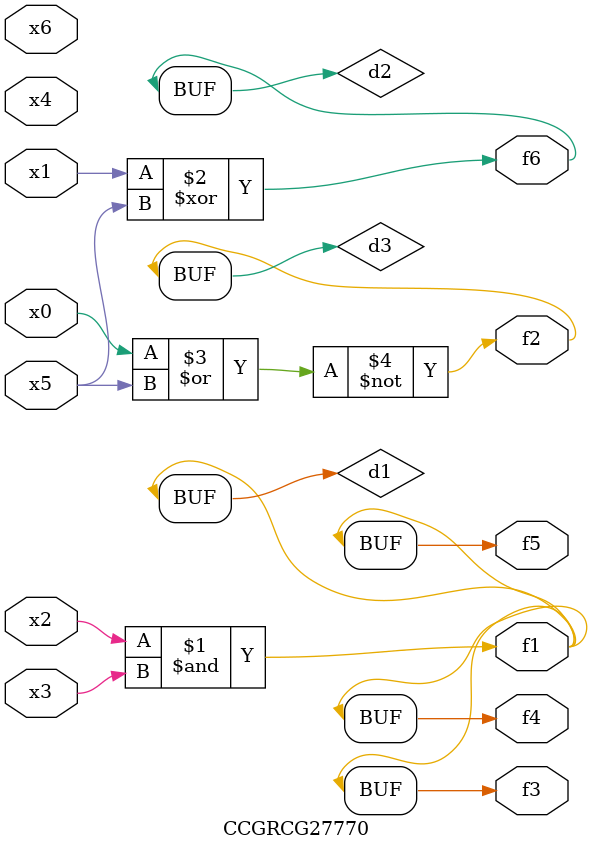
<source format=v>
module CCGRCG27770(
	input x0, x1, x2, x3, x4, x5, x6,
	output f1, f2, f3, f4, f5, f6
);

	wire d1, d2, d3;

	and (d1, x2, x3);
	xor (d2, x1, x5);
	nor (d3, x0, x5);
	assign f1 = d1;
	assign f2 = d3;
	assign f3 = d1;
	assign f4 = d1;
	assign f5 = d1;
	assign f6 = d2;
endmodule

</source>
